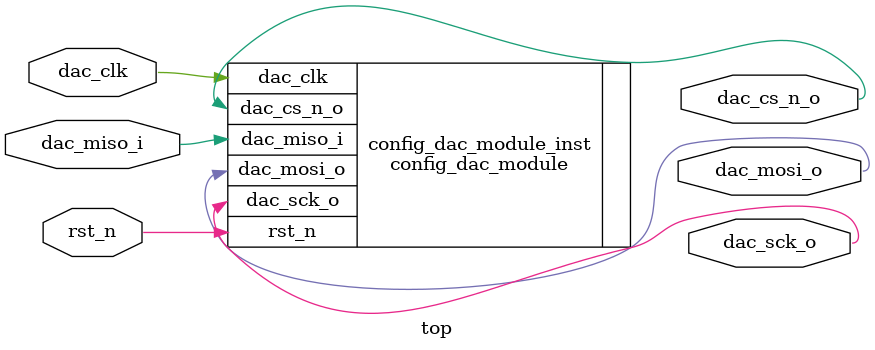
<source format=v>
`timescale 1ns / 1ps


module top(
    input wire dac_clk,
    input wire rst_n,  // active low

    output wire dac_sck_o,
    output wire dac_cs_n_o,
    output wire dac_mosi_o,
    input wire dac_miso_i

    );

    config_dac_module config_dac_module_inst (
        .dac_clk(dac_clk),
        .rst_n(rst_n),
        .dac_sck_o(dac_sck_o),
        .dac_cs_n_o(dac_cs_n_o),
        .dac_mosi_o(dac_mosi_o),
        .dac_miso_i(dac_miso_i)
    );
endmodule

</source>
